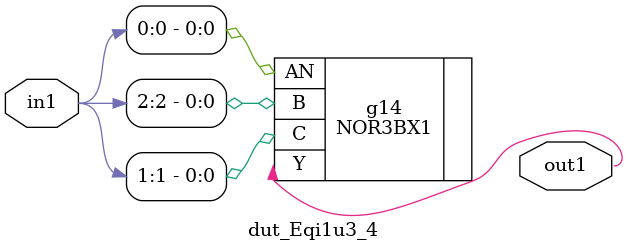
<source format=v>
`timescale 1ps / 1ps


module dut_Eqi1u3_4(in1, out1);
  input [2:0] in1;
  output out1;
  wire [2:0] in1;
  wire out1;
  NOR3BX1 g14(.AN (in1[0]), .B (in1[2]), .C (in1[1]), .Y (out1));
endmodule



</source>
